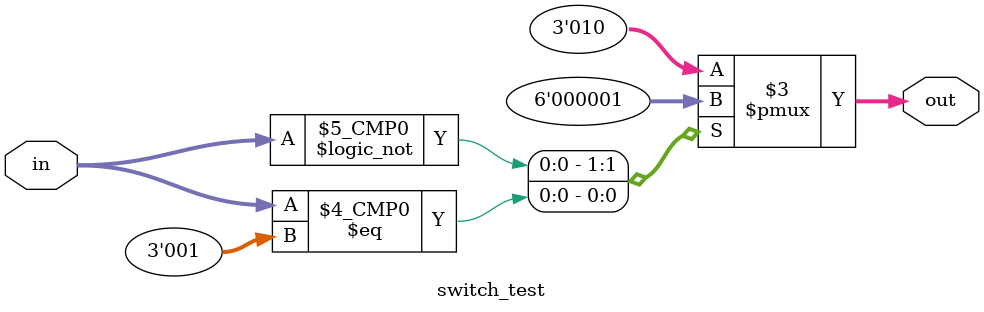
<source format=sv>
module switch_test (
  input logic [2:0] in,
  output logic [2:0] out
);

always_comb begin
  unique case (in)
    default: out = 3'h2;
    3'h0: out = 3'h0;
    3'h1: out = 3'h1;
  endcase
end
endmodule   // switch_test


</source>
